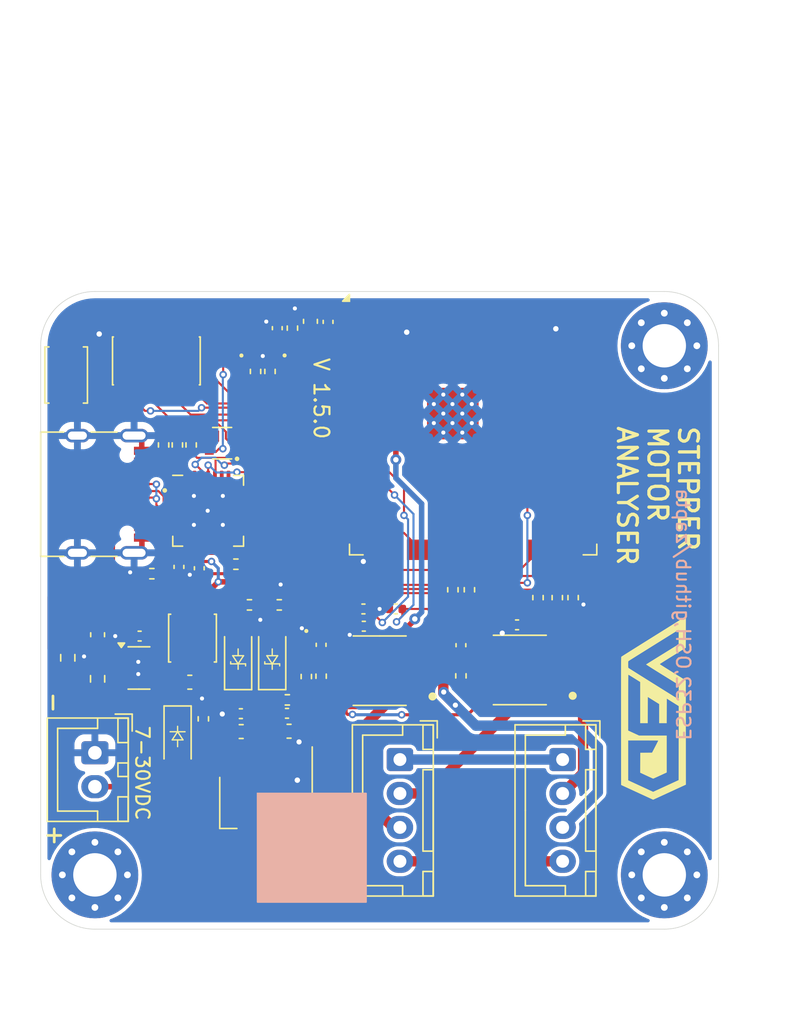
<source format=kicad_pcb>
(kicad_pcb (version 20240108) (generator "pcbnew") (generator_version "8.0")
  (layers (0 "F.Cu" signal) (31 "B.Cu" signal) (34 "B.Paste" user) (35 "F.Paste" user) (36 "B.SilkS" user "B.Silkscreen") (37 "F.SilkS" user "F.Silkscreen") (38 "B.Mask" user) (39 "F.Mask" user) (44 "Edge.Cuts" user))
  (net 0 "")
  (net 1 "Net-(U3-VO)")
  (net 2 "Net-(U4-NC)")
  (net 3 "Net-(U5-NC)")
  (net 4 "Net-(D1-A)")
  (net 5 "Net-(D2-A)")
  (net 6 "Net-(D3-A)")
  (net 7 "Net-(D4-A)")
  (net 8 "Net-(J1-Pin_1)")
  (net 9 "+3V3")
  (net 10 "Net-(J1-Pin_2)")
  (net 11 "Net-(J1-Pin_3)")
  (net 12 "Net-(J1-Pin_4)")
  (net 13 "Net-(J2-Pin_2)")
  (net 14 "Net-(J2-Pin_3)")
  (net 15 "Net-(J4-CC1)")
  (net 17 "Net-(J4-CC2)")
  (net 21 "Net-(Q1A-B1)")
  (net 22 "Net-(Q1B-B2)")
  (net 23 "Net-(U2-~{RSTb})")
  (net 24 "Net-(U2-RXD)")
  (net 25 "Net-(U2-TXD)")
  (net 26 "Net-(U4-VIOUT)")
  (net 27 "Net-(U5-VIOUT)")
  (net 45 "VBUS")
  (net 46 "EN")
  (net 47 "D+")
  (net 48 "D-")
  (net 49 "ESP_TMS")
  (net 50 "ESP_TCK")
  (net 51 "ESP_TDO")
  (net 52 "ESP_TDI")
  (net 53 "RTS")
  (net 54 "DTR")
  (net 55 "IO0")
  (net 56 "LED1")
  (net 57 "LED2")
  (net 58 "TXD0")
  (net 59 "RXD0")
  (net 60 "CHB")
  (net 61 "CHA")
  (net 62 "CFG1")
  (net 63 "CFG2")
  (net 64 "SWITCH")
  (net 65 "Net-(D5-K)")
  (net 66 "GND")
  (net 86 "/CB")
  (net 87 "/FB")
  (net 88 "/VIN")
  (net 89 "/5V")
  (net 90 "/Vout")
  (footprint "Capacitor_SMD:C_0402_1005Metric" (layer "F.Cu") (at 14.766 -12.8824)
    (property "Reference" "C8" (hide yes))
    (property "Value" "100n")
  )
  (footprint "Capacitor_SMD:C_0603_1608Metric" (layer "F.Cu") (at 18.322 -11.587 180)
    (property "Reference" "C10" (hide yes))
    (property "Value" "10u")
  )
  (footprint "Capacitor_SMD:C_0402_1005Metric" (layer "F.Cu") (at 18.1696 -12.9078 180)
    (property "Reference" "C11" (hide yes))
    (property "Value" "100n")
  )
  (footprint "Capacitor_SMD:C_0402_1005Metric" (layer "F.Cu") (at 11.7 -23.6 90)
    (property "Reference" "C4" (hide yes))
    (property "Value" "100n")
  )
  (footprint "Capacitor_SMD:C_0402_1005Metric" (layer "F.Cu") (at 10.2 -23.7 -90)
    (property "Reference" "C7" (hide yes))
    (property "Value" "100n")
  )
  (footprint "Resistor_SMD:R_0402_1005Metric" (layer "F.Cu") (at 19.5942 -15.6188 -90)
    (property "Reference" "R6" (hide yes))
    (property "Value" "5K1")
  )
  (footprint "Resistor_SMD:R_0402_1005Metric" (layer "F.Cu") (at 15.8496 -38.1069 -90)
    (property "Reference" "R1" (hide yes))
    (property "Value" "5K1")
  )
  (footprint "Resistor_SMD:R_0402_1005Metric" (layer "F.Cu") (at 16.9164 -38.1069 -90)
    (property "Reference" "R2" (hide yes))
    (property "Value" "5K1")
  )
  (footprint "Resistor_SMD:R_0402_1005Metric" (layer "F.Cu") (at 14.4 -23.9)
    (property "Reference" "R7" (hide yes))
    (property "Value" "5K1")
  )
  (footprint "stepper_monitor:QFN-28-1EP_5x5mm_P0.5mm_EP3.35x3.35mm" (layer "F.Cu") (at 12.3538 -27.838284 -90)
    (property "Reference" "U2" (hide yes))
    (property "Value" "CP2102N-A01-GQFN28")
  )
  (footprint "stepper_monitor:USB_C_Receptacle_XKB_U262-16XN-4BVC11" (layer "F.Cu") (at 5.2846 -29.0574 -90)
    (property "Reference" "J4")
    (property "Value" "USB_C_Receptacle_USB2.0")
  )
  (footprint "Resistor_SMD:R_0402_1005Metric" (layer "F.Cu") (at 9.0678 -32.6898 -90)
    (property "Reference" "R4" (hide yes))
    (property "Value" "5K1")
  )
  (footprint "Resistor_SMD:R_0402_1005Metric" (layer "F.Cu") (at 8.2 -23.2)
    (property "Reference" "R5" (hide yes))
    (property "Value" "5K1")
  )
  (footprint "Capacitor_SMD:C_0402_1005Metric" (layer "F.Cu") (at 35.139 -19.4288)
    (property "Reference" "C14" (hide yes))
    (property "Value" "100n")
  )
  (footprint "stepper_monitor:SOIC-8_3.9x4.9mm_P1.27mm" (layer "F.Cu") (at 35.3422 -16.1014 90)
    (property "Reference" "U4")
    (property "Value" "CC6920BSO-5A")
  )
  (footprint "Resistor_SMD:R_0402_1005Metric" (layer "F.Cu") (at 39.2748 -21.436 -90)
    (property "Reference" "R17" (hide yes))
    (property "Value" "DNP")
  )
  (footprint "Capacitor_SMD:C_0402_1005Metric" (layer "F.Cu") (at 30.9988 -17.9302 -90)
    (property "Reference" "C15" (hide yes))
    (property "Value" "DNP")
  )
  (footprint "Resistor_SMD:R_0402_1005Metric" (layer "F.Cu") (at 30.9988 -15.6696 -90)
    (property "Reference" "R19" (hide yes))
    (property "Value" "1K")
  )
  (footprint "LOGO" (layer "F.Cu") (at 45.2 -13.3 -90)
    (property "Reference" "G***")
    (property "Value" "LOGO" (hide yes))
  )
  (footprint "Connector_JST:JST_XH_B4B-XH-A_1x04_P2.50mm_Vertical" (layer "F.Cu") (at 26.5 -9.5 -90)
    (property "Reference" "J1")
    (property "Value" "Conn_01x04_Pin")
  )
  (footprint "Capacitor_SMD:C_0603_1608Metric" (layer "F.Cu") (at 19.9 -41.8 -90)
    (property "Reference" "C12")
    (property "Value" "10u")
  )
  (footprint "stepper_monitor:D_SOD-123" (layer "F.Cu") (at 14.565 -16.9042 90)
    (property "Reference" "D6" (hide yes))
    (property "Value" "B5819W")
  )
  (footprint "RF_Module:ESP32-WROOM-32D" (layer "F.Cu") (at 31.9 -34.47)
    (property "Reference" "U7")
    (property "Value" "ESP32-WROOM-32E-R2")
  )
  (footprint "Capacitor_SMD:C_0402_1005Metric" (layer "F.Cu") (at 7.3 -18.6)
    (property "Reference" "C2")
    (property "Value" "100nF")
  )
  (footprint "Resistor_SMD:R_0402_1005Metric" (layer "F.Cu") (at 18.195 -13.8984 180)
    (property "Reference" "R16" (hide yes))
    (property "Value" "0R")
  )
  (footprint "stepper_monitor:SOT-223-3_TabPin2" (layer "F.Cu") (at 16.6202 -6.33 90)
    (property "Reference" "U3")
    (property "Value" "AMS1117-3.3")
  )
  (footprint "Capacitor_SMD:C_0402_1005Metric" (layer "F.Cu") (at 17.4526 -41.2978 -90)
    (property "Reference" "C9" (hide yes))
    (property "Value" "2u2")
  )
  (footprint "Resistor_SMD:R_0402_1005Metric" (layer "F.Cu") (at 15.4 -20.9 180)
    (property "Reference" "R8" (hide yes))
    (property "Value" "10K")
  )
  (footprint "Package_TO_SOT_SMD:SOT-23-6" (layer "F.Cu") (at 7.25 -16.25)
    (property "Reference" "U1")
    (property "Value" "TPS560430")
  )
  (footprint "Capacitor_SMD:C_0402_1005Metric" (layer "F.Cu") (at 20.6864 -17.9556 -90)
    (property "Reference" "C18" (hide yes))
    (property "Value" "DNP")
  )
  (footprint "Capacitor_SMD:C_0603_1608Metric" (layer "F.Cu") (at 4.2 -18.7 -90)
    (property "Reference" "C3")
    (property "Value" "22uF")
  )
  (footprint "Capacitor_SMD:C_0402_1005Metric" (layer "F.Cu") (at 26.1938 -20.6 180)
    (property "Reference" "C16" (hide yes))
    (property "Value" "2n2")
  )
  (footprint "Resistor_SMD:R_0402_1005Metric" (layer "F.Cu") (at 38.1064 -21.436 -90)
    (property "Reference" "R18" (hide yes))
    (property "Value" "DNP")
  )
  (footprint "Resistor_SMD:R_0402_1005Metric" (layer "F.Cu") (at 30.4058 -22.015 -90)
    (property "Reference" "R15" (hide yes))
    (property "Value" "1K")
  )
  (footprint "Capacitor_SMD:C_0603_1608Metric" (layer "F.Cu") (at 11 -15.2)
    (property "Reference" "C1")
    (property "Value" "2.2uF 50V")
  )
  (footprint "stepper_monitor:SW_Push_SPST_NO_Alps_SKRK" (layer "F.Cu") (at 1.8796 -37.8438 -90)
    (property "Reference" "SW1")
    (property "Value" "SW_Push")
  )
  (footprint "stepper_monitor:D2_SOD-123" (layer "F.Cu") (at 10.1 -11.2 -90)
    (property "Reference" "D3" (hide yes))
    (property "Value" "SM4007PL")
  )
  (footprint "Resistor_SMD:R_0402_1005Metric" (layer "F.Cu") (at 11.0998 -32.6898 -90)
    (property "Reference" "R11" (hide yes))
    (property "Value" "5K1")
  )
  (footprint "Resistor_SMD:R_0402_1005Metric" (layer "F.Cu") (at 12 -12.5 90)
    (property "Reference" "R3" (hide yes))
    (property "Value" "200K")
  )
  (footprint "stepper_monitor:LED_0402_1005Metric_Pad0.77x0.64mm_HandSolder" (layer "F.Cu") (at 14.8082 -38.0815 -90)
    (property "Reference" "D1" (hide yes))
    (property "Value" "RED")
  )
  (footprint "Resistor_SMD:R_0402_1005Metric" (layer "F.Cu") (at 18.5702 -41.3 90)
    (property "Reference" "R12" (hide yes))
    (property "Value" "10K")
  )
  (footprint "Resistor_SMD:R_0402_1005Metric" (layer "F.Cu") (at 31.625 -22.015 -90)
    (property "Reference" "R14" (hide yes))
    (property "Value" "1K")
  )
  (footprint "Capacitor_SMD:C_0402_1005Metric" (layer "F.Cu") (at 21.2 -41.76 90)
    (property "Reference" "C13")
    (property "Value" "100n")
  )
  (footprint "stepper_monitor:SOT-363_SC-70-6" (layer "F.Cu") (at 13.3858 -32.8168 90)
    (property "Reference" "Q1" (hide yes))
    (property "Value" "MMDT2222A")
  )
  (footprint "stepper_monitor:LED_0402_1005Metric_Pad0.77x0.64mm_HandSolder" (layer "F.Cu") (at 19.5942 -17.7778 -90)
    (property "Reference" "D4" (hide yes))
    (property "Value" "RED")
  )
  (footprint "Resistor_SMD:R_0402_1005Metric" (layer "F.Cu") (at 17.6 -20.9 180)
    (property "Reference" "R9" (hide yes))
    (property "Value" "10K")
  )
  (footprint "Resistor_SMD:R_0402_1005Metric" (layer "F.Cu") (at 20.6864 -15.6442 -90)
    (property "Reference" "R20" (hide yes))
    (property "Value" "1K")
  )
  (footprint "MountingHole:MountingHole_3.2mm_M3_Pad_Via" (layer "F.Cu") (at 46 -40)
    (property "Reference" "H3")
    (property "Value" "MountingHole")
  )
  (footprint "stepper_monitor:LED_0402_1005Metric_Pad0.77x0.64mm_HandSolder" (layer "F.Cu") (at 17.9921 -38.0854 -90)
    (property "Reference" "D2" (hide yes))
    (property "Value" "GREEN")
  )
  (footprint "Connector_JST:JST_XH_B2B-XH-A_1x02_P2.50mm_Vertical" (layer "F.Cu") (at 4 -10 -90)
    (property "Reference" "J3")
    (property "Value" "Conn_01x02_Pin")
  )
  (footprint "stepper_monitor:SOIC-8_3.9x4.9mm_P1.27mm" (layer "F.Cu") (at 25.0044 -16.0506 90)
    (property "Reference" "U5")
    (property "Value" "CC6920BSO-5A")
  )
  (footprint "Inductor_SMD:L_Sunlord_SWPA3012S" (layer "F.Cu") (at 11.2 -18.45 90)
    (property "Reference" "L1")
    (property "Value" "18uH 580mA")
  )
  (footprint "Capacitor_SMD:C_0402_1005Metric" (layer "F.Cu") (at 23.8062 -20.6)
    (property "Reference" "C19" (hide yes))
    (property "Value" "2n2")
  )
  (footprint "Capacitor_SMD:C_0402_1005Metric" (layer "F.Cu") (at 23.836 -19.3272)
    (property "Reference" "C17" (hide yes))
    (property "Value" "100n")
  )
  (footprint "Resistor_SMD:R_0603_1608Metric" (layer "F.Cu") (at 4.2 -15.45 90)
    (property "Reference" "R22")
    (property "Value" "22.1k")
  )
  (footprint "Capacitor_SMD:C_0603_1608Metric" (layer "F.Cu") (at 14.7914 -11.5616)
    (property "Reference" "C6" (hide yes))
    (property "Value" "10u")
  )
  (footprint "MountingHole:MountingHole_3.2mm_M3_Pad_Via" (layer "F.Cu") (at 46 -1)
    (property "Reference" "H4")
    (property "Value" "MountingHole")
  )
  (footprint "Resistor_SMD:R_0603_1608Metric" (layer "F.Cu") (at 2 -17 -90)
    (property "Reference" "R21")
    (property "Value" "88.7k")
  )
  (footprint "MountingHole:MountingHole_3.2mm_M3_Pad_Via" (layer "F.Cu") (at 4 -1)
    (property "Reference" "H2")
    (property "Value" "MountingHole")
  )
  (footprint "Resistor_SMD:R_0402_1005Metric" (layer "F.Cu") (at 36.684 -21.436 -90)
    (property "Reference" "R13" (hide yes))
    (property "Value" "10K")
  )
  (footprint "Resistor_SMD:R_0402_1005Metric" (layer "F.Cu") (at 10.0838 -32.6898 90)
    (property "Reference" "R10" (hide yes))
    (property "Value" "5K1")
  )
  (footprint "stepper_monitor:PinHeader_2x05_P1.27mm_Vertical_SMD" (layer "F.Cu") (at 8.5344 -38.8852 180)
    (property "Reference" "J5" (hide yes))
    (property "Value" "JTAG")
  )
  (footprint "stepper_monitor:D_SOD-123" (layer "F.Cu") (at 17.0796 -16.9042 90)
    (property "Reference" "D5" (hide yes))
    (property "Value" "B5819W")
  )
  (footprint "Connector_JST:JST_XH_B4B-XH-A_1x04_P2.50mm_Vertical" (layer "F.Cu") (at 38.5 -9.5 -90)
    (property "Reference" "J2")
    (property "Value" "Conn_01x04_Pin")
  )
  (gr_rect (start 16 -7) (end 24 1) (stroke (width 0.12)) (fill solid) (layer "B.SilkS"))
  (gr_line (start 0 -40) (end 0 -1) (stroke (width 0.05)) (layer "Edge.Cuts"))
  (gr_line (start 4 3) (end 46 3) (stroke (width 0.05)) (layer "Edge.Cuts"))
  (gr_line (start 50 -1) (end 50 -40) (stroke (width 0.05)) (layer "Edge.Cuts"))
  (gr_line (start 4 -44) (end 46 -44) (stroke (width 0.05)) (layer "Edge.Cuts"))
  (gr_arc (start 0 -40) (mid 1.171573 -42.828427) (end 4 -44) (stroke (width 0.05)) (layer "Edge.Cuts"))
  (gr_arc (start 50 -1) (mid 48.828427 1.828427) (end 46 3) (stroke (width 0.05)) (layer "Edge.Cuts"))
  (gr_arc (start 4 3) (mid 1.171573 1.828427) (end 0 -1) (stroke (width 0.05)) (layer "Edge.Cuts"))
  (gr_arc (start 46 -44) (mid 48.828427 -42.828427) (end 50 -40) (stroke (width 0.05)) (layer "Edge.Cuts"))
  (gr_text "ESP32,OSH,github/zapta" (at 46.8 -20.2 270) (layer "B.SilkS") (effects (font (size 1 1) (thickness 0.155)) (justify bottom mirror)))
  (gr_text "+" (at 1 -4 0) (layer "F.SilkS") (effects (font (size 1.27 1.27) (thickness 0.2032))))
  (gr_text "V 1.5.0" (at 20.7 -39.2 270) (layer "F.SilkS") (effects (font (size 1.1 1.1) (thickness 0.16)) (justify left)))
  (gr_text "7-30VDC" (at 7.5 -8.5 270) (layer "F.SilkS") (effects (font (size 1 1) (thickness 0.155) (bold yes))))
  (gr_text "STEPPER\nMOTOR\nANALYSER\n" (at 45.5 -34.2 270) (layer "F.SilkS") (effects (font (size 1.4 1.4) (thickness 0.24) (bold yes)) (justify left)))
  (gr_text "-" (at 1 -13.7 -90) (layer "F.SilkS") (effects (font (size 1.27 1.27) (thickness 0.2032))))
  (segment (start 17.6896 -11.7296) (end 17.547 -11.587) (width 0.4064) (layer "F.Cu") (net 1))
  (segment (start 16.6202 -11.0282) (end 16.6202 -9.48) (width 0.4064) (layer "F.Cu") (net 1))
  (segment (start 17.547 -11.587) (end 17.179 -11.587) (width 0.4064) (layer "F.Cu") (net 1))
  (segment (start 17.6896 -12.9078) (end 17.6896 -11.7296) (width 0.4064) (layer "F.Cu") (net 1))
  (segment (start 17.6596 -12.9378) (end 17.6896 -12.9078) (width 0.4064) (layer "F.Cu") (net 1))
  (segment (start 17.179 -11.587) (end 16.6202 -11.0282) (width 0.4064) (layer "F.Cu") (net 1))
  (segment (start 16.6202 -9.48) (end 16.6202 -3.18) (width 0.6096) (layer "F.Cu") (net 1))
  (segment (start 17.6596 -14) (end 17.6596 -12.9378) (width 0.4064) (layer "F.Cu") (net 1))
  (segment (start 31.8624 -16.7364) (end 32.8672 -16.7364) (width 0.1524) (layer "F.Cu") (net 2))
  (segment (start 30.9988 -17.4502) (end 31.1486 -17.4502) (width 0.1524) (layer "F.Cu") (net 2))
  (segment (start 31.1486 -17.4502) (end 31.8624 -16.7364) (width 0.1524) (layer "F.Cu") (net 2))
  (segment (start 20.6864 -17.4756) (end 21.4764 -16.6856) (width 0.1524) (layer "F.Cu") (net 3))
  (segment (start 21.4764 -16.6856) (end 22.5294 -16.6856) (width 0.1524) (layer "F.Cu") (net 3))
  (segment (start 15.8496 -38.6169) (end 15.8496 -38.5504) (width 0.1524) (layer "F.Cu") (net 4))
  (segment (start 15.8496 -38.5504) (end 14.8082 -37.509) (width 0.1524) (layer "F.Cu") (net 4))
  (segment (start 16.9507 -38.5543) (end 17.9921 -37.5129) (width 0.1524) (layer "F.Cu") (net 5))
  (segment (start 16.9507 -38.616) (end 16.9507 -38.5543) (width 0.1524) (layer "F.Cu") (net 5))
  (segment (start 8.05 -7.5) (end 10.1 -9.55) (width 0.4064) (layer "F.Cu") (net 6))
  (segment (start 4 -7.5) (end 8.05 -7.5) (width 0.4064) (layer "F.Cu") (net 6))
  (segment (start 4.5 -7.5) (end 4 -7.5) (width 0.6096) (layer "F.Cu") (net 6))
  (segment (start 19.5942 -17.2053) (end 19.5942 -16.1288) (width 0.1524) (layer "F.Cu") (net 7))
  (segment (start 38.5 -9.5) (end 26.5 -9.5) (width 0.762) (layer "B.Cu") (net 8))
  (segment (start 32.8672 -14.162) (end 31.5068 -12.8016) (width 0.2286) (layer "F.Cu") (net 9))
  (segment (start 22.6422 -12.827) (end 22.5294 -12.9398) (width 0.2286) (layer "F.Cu") (net 9))
  (segment (start 23 -12.827) (end 22.6422 -12.827) (width 0.2286) (layer "F.Cu") (net 9))
  (segment (start 21.37 -41.45) (end 21.2 -41.28) (width 0.4064) (layer "F.Cu") (net 9))
  (segment (start 9.98 -24.18) (end 9.4 -23.6) (width 0.2286) (layer "F.Cu") (net 9))
  (segment (start 19.9 -41.025) (end 20.945 -41.025) (width 0.4064) (layer "F.Cu") (net 9))
  (segment (start 18.7056 -41.81) (end 18.5702 -41.81) (width 0.3048) (layer "F.Cu") (net 9))
  (segment (start 22.5294 -12.9398) (end 22.5294 -14.1456) (width 0.2286) (layer "F.Cu") (net 9))
  (segment (start 34.5802 -15.1892) (end 34.5802 -17.727) (width 0.2286) (layer "F.Cu") (net 9))
  (segment (start 18.7052 -15.1088) (end 19.5942 -15.1088) (width 0.1524) (layer "F.Cu") (net 9))
  (segment (start 26.2 -31.6) (end 26.2 -40.0848) (width 0.4064) (layer "F.Cu") (net 9))
  (segment (start 36.684 -20.5496) (end 36.684 -20.926) (width 0.1524) (layer "F.Cu") (net 9))
  (segment (start 9.4 -23.6) (end 9.4 -22.8) (width 0.2286) (layer "F.Cu") (net 9))
  (segment (start 9.9038 -24.4762) (end 9.9038 -26.838284) (width 0.2286) (layer "F.Cu") (net 9))
  (segment (start 18.7052 -14.0208) (end 19.3148 -13.4112) (width 0.4064) (layer "F.Cu") (net 9))
  (segment (start 32.8672 -14.1964) (end 33.5874 -14.1964) (width 0.3048) (layer "F.Cu") (net 9))
  (segment (start 19.3148 -13.4112) (end 23.963 -13.4112) (width 0.4064) (layer "F.Cu") (net 9))
  (segment (start 27.5952 -19.812) (end 27.5952 -19.8628) (width 0.4064) (layer "F.Cu") (net 9))
  (segment (start 9.4 -22.8) (end 9.6267 -22.5733) (width 0.2286) (layer "F.Cu") (net 9))
  (segment (start 34.5802 -17.727) (end 35.619 -18.7658) (width 0.2286) (layer "F.Cu") (net 9))
  (segment (start 24.316 -15.0578) (end 24.316 -19.3272) (width 0.2286) (layer "F.Cu") (net 9))
  (segment (start 22.5294 -14.1456) (end 23.4038 -14.1456) (width 0.1524) (layer "F.Cu") (net 9))
  (segment (start 10.2 -24.18) (end 9.9038 -24.4762) (width 0.2286) (layer "F.Cu") (net 9))
  (segment (start 25.7156 -17.9324) (end 27.5952 -19.812) (width 0.4064) (layer "F.Cu") (net 9))
  (segment (start 26.2 -40.0848) (end 24.8068 -41.478) (width 0.4064) (layer "F.Cu") (net 9))
  (segment (start 12.04234 -22.5733) (end 12.66904 -23.2) (width 0.2286) (layer "F.Cu") (net 9))
  (segment (start 9.6267 -22.5733) (end 12.04234 -22.5733) (width 0.2286) (layer "F.Cu") (net 9))
  (segment (start 10.2 -24.18) (end 9.98 -24.18) (width 0.2286) (layer "F.Cu") (net 9))
  (segment (start 35.619 -18.7658) (end 35.619 -19.4288) (width 0.2286) (layer "F.Cu") (net 9))
  (segment (start 23.15 -41.45) (end 21.37 -41.45) (width 0.4064) (layer "F.Cu") (net 9))
  (segment (start 18.7052 -22.479) (end 17.2842 -23.9) (width 0.2286) (layer "F.Cu") (net 9))
  (segment (start 23.15 -41.45) (end 23.0842 -41.5158) (width 0.3048) (layer "F.Cu") (net 9))
  (segment (start 20.945 -41.025) (end 21.2 -41.28) (width 0.4064) (layer "F.Cu") (net 9))
  (segment (start 31.5068 -12.8016) (end 26.63 -12.8016) (width 0.2286) (layer "F.Cu") (net 9))
  (segment (start 19.115 -41.81) (end 19.9 -41.025) (width 0.4064) (layer "F.Cu") (net 9))
  (segment (start 17.2842 -23.9) (end 14.91 -23.9) (width 0.2286) (layer "F.Cu") (net 9))
  (segment (start 12.66904 -23.2) (end 14.21 -23.2) (width 0.2286) (layer "F.Cu") (net 9))
  (segment (start 35.619 -19.4288) (end 36.7138 -20.5236) (width 0.1524) (layer "F.Cu") (net 9))
  (segment (start 24.8068 -41.478) (end 23.4004 -41.478) (width 0.4064) (layer "F.Cu") (net 9))
  (segment (start 23.963 -13.4112) (end 25.7156 -15.1638) (width 0.4064) (layer "F.Cu") (net 9))
  (segment (start 18.5702 -41.81) (end 19.115 -41.81) (width 0.4064) (layer "F.Cu") (net 9))
  (segment (start 25.7156 -15.1638) (end 25.7156 -17.9324) (width 0.4064) (layer "F.Cu") (net 9))
  (segment (start 33.5874 -14.1964) (end 34.5802 -15.1892) (width 0.2286) (layer "F.Cu") (net 9))
  (segment (start 14.21 -23.2) (end 14.91 -23.9) (width 0.2286) (layer "F.Cu") (net 9))
  (segment (start 18.7052 -14.0208) (end 18.7052 -22.479) (width 0.2286) (layer "F.Cu") (net 9))
  (segment (start 32.8672 -14.1964) (end 32.8672 -14.162) (width 0.2286) (layer "F.Cu") (net 9))
  (segment (start 23.4038 -14.1456) (end 24.316 -15.0578) (width 0.2286) (layer "F.Cu") (net 9))
  (via (at 26.63 -12.8016) (size 0.55) (drill 0.3) (layers "F.Cu" "B.Cu") (net 9))
  (via (at 27.5952 -19.8628) (size 0.8) (drill 0.4) (layers "F.Cu" "B.Cu") (net 9))
  (via (at 23 -12.827) (size 0.55) (drill 0.3) (layers "F.Cu" "B.Cu") (net 9))
  (via (at 26.2 -31.6) (size 0.8) (drill 0.4) (layers "F.Cu" "B.Cu") (net 9))
  (segment (start 23.0254 -12.8016) (end 26.63 -12.8016) (width 0.2286) (layer "B.Cu") (net 9))
  (segment (start 27.5768 -19.9002) (end 27.5654 -19.8888) (width 0.4064) (layer "B.Cu") (net 9))
  (segment (start 26.2 -31.6) (end 26.2 -30.25) (width 0.4064) (layer "B.Cu") (net 9))
  (segment (start 28.1 -20.3676) (end 27.5952 -19.8628) (width 0.4064) (layer "B.Cu") (net 9))
  (segment (start 23 -12.827) (end 23.0254 -12.8016) (width 0.2286) (layer "B.Cu") (net 9))
  (segment (start 28.1 -28.35) (end 28.1 -20.3676) (width 0.4064) (layer "B.Cu") (net 9))
  (segment (start 26.2 -30.25) (end 28.1 -28.35) (width 0.4064) (layer "B.Cu") (net 9))
  (segment (start 28.5 -7) (end 35.6964 -14.1964) (width 0.762) (layer "F.Cu") (net 10))
  (segment (start 37.8172 -15.4664) (end 37.8172 -14.1964) (width 0.762) (layer "F.Cu") (net 10))
  (segment (start 37.8172 -14.1964) (end 35.6964 -14.1964) (width 0.762) (layer "F.Cu") (net 10))
  (segment (start 26.5 -7) (end 28.5 -7) (width 0.762) (layer "F.Cu") (net 10))
  (segment (start 23.5 -7) (end 26 -4.5) (width 0.762) (layer "F.Cu") (net 11))
  (segment (start 26 -4.5) (end 26.5 -4.5) (width 0.762) (layer "F.Cu") (net 11))
  (segment (start 23.5 -11.6) (end 23.5 -7) (width 0.762) (layer "F.Cu") (net 11))
  (segment (start 27.4794 -15.4156) (end 27.4794 -14.1456) (width 0.762) (layer "F.Cu") (net 11))
  (segment (start 26.0456 -14.1456) (end 23.5 -11.6) (width 0.762) (layer "F.Cu") (net 11))
  (segment (start 27.4794 -14.1456) (end 26.0456 -14.1456) (width 0.762) (layer "F.Cu") (net 11))
  (segment (start 26.5 -2) (end 38.5 -2) (width 0.762) (layer "F.Cu") (net 12))
  (segment (start 40.0084 -8.5084) (end 40.0084 -15.8152) (width 0.762) (layer "F.Cu") (net 13))
  (segment (start 40.0084 -15.8152) (end 37.8172 -18.0064) (width 0.762) (layer "F.Cu") (net 13))
  (segment (start 38.5 -7) (end 40.0084 -8.5084) (width 0.762) (layer "F.Cu") (net 13))
  (segment (start 37.8172 -18.0064) (end 37.8172 -16.7364) (width 0.762) (layer "F.Cu") (net 13))
  (segment (start 30.5894 -13.5106) (end 29.7 -14.4) (width 0.762) (layer "F.Cu") (net 14))
  (segment (start 29.7 -15.136474) (end 28.150874 -16.6856) (width 0.762) (layer "F.Cu") (net 14))
  (segment (start 27.4794 -17.9556) (end 27.4794 -16.6856) (width 0.762) (layer "F.Cu") (net 14))
  (segment (start 28.150874 -16.6856) (end 27.4794 -16.6856) (width 0.762) (layer "F.Cu") (net 14))
  (segment (start 29.7 -14.4) (end 29.7 -15.136474) (width 0.762) (layer "F.Cu") (net 14))
  (via (at 30.5894 -13.5106) (size 0.762) (drill 0.381) (layers "F.Cu" "B.Cu") (net 14))
  (via (at 29.7288 -14.4758) (size 0.762) (drill 0.381) (layers "F.Cu" "B.Cu") (net 14))
  (segment (start 29.7288 -14.4758) (end 29.7288 -14.3712) (width 0.762) (layer "B.Cu") (net 14))
  (segment (start 39.5 -12) (end 41.1 -10.4) (width 0.762) (layer "B.Cu") (net 14))
  (segment (start 41.1 -10.4) (end 41.1 -7.1) (width 0.762) (layer "B.Cu") (net 14))
  (segment (start 29.7288 -14.3712) (end 30.5894 -13.5106) (width 0.762) (layer "B.Cu") (net 14))
  (segment (start 32.1 -12) (end 39.5 -12) (width 0.762) (layer "B.Cu") (net 14))
  (segment (start 41.1 -7.1) (end 38.5 -4.5) (width 0.762) (layer "B.Cu") (net 14))
  (segment (start 30.5894 -13.5106) (end 32.1 -12) (width 0.762) (layer "B.Cu") (net 14))
  (segment (start 9.0678 -31.2384) (end 9.0678 -32.1798) (width 0.1524) (layer "F.Cu") (net 15))
  (segment (start 7.4546 -30.3074) (end 8.1368 -30.3074) (width 0.1524) (layer "F.Cu") (net 15))
  (segment (start 8.1368 -30.3074) (end 9.0678 -31.2384) (width 0.1524) (layer "F.Cu") (net 15))
  (segment (start 8.91 -26.5342) (end 8.91 -23.4) (width 0.1524) (layer "F.Cu") (net 17))
  (segment (start 8.91 -23.4) (end 8.71 -23.2) (width 0.1524) (layer "F.Cu") (net 17))
  (segment (start 8.1368 -27.3074) (end 8.91 -26.5342) (width 0.1524) (layer "F.Cu") (net 17))
  (segment (start 7.4546 -27.3074) (end 8.1368 -27.3074) (width 0.1524) (layer "F.Cu") (net 17))
  (segment (start 13.119045 -34.199701) (end 11.083701 -34.199701) (width 0.1524) (layer "F.Cu") (net 21))
  (segment (start 11.083701 -34.199701) (end 10.0838 -33.1998) (width 0.1524) (layer "F.Cu") (net 21))
  (segment (start 14.3358 -32.8168) (end 14.0036 -32.8168) (width 0.1524) (layer "F.Cu") (net 21))
  (segment (start 13.6652 -33.653546) (end 13.119045 -34.199701) (width 0.1524) (layer "F.Cu") (net 21))
  (segment (start 14.0036 -32.8168) (end 13.6652 -33.1552) (width 0.1524) (layer "F.Cu") (net 21))
  (segment (start 13.6652 -33.1552) (end 13.6652 -33.653546) (width 0.1524) (layer "F.Cu") (net 21))
  (segment (start 13.081 -32.9846) (end 12.9132 -32.8168) (width 0.1524) (layer "F.Cu") (net 22))
  (segment (start 11.7954 -33.8954) (end 12.866 -33.8954) (width 0.1524) (layer "F.Cu") (net 22))
  (segment (start 11.0998 -33.1998) (end 11.7954 -33.8954) (width 0.1524) (layer "F.Cu") (net 22))
  (segment (start 13.081 -33.6804) (end 13.081 -32.9846) (width 0.1524) (layer "F.Cu") (net 22))
  (segment (start 12.866 -33.8954) (end 13.081 -33.6804) (width 0.1524) (layer "F.Cu") (net 22))
  (segment (start 12.9132 -32.8168) (end 12.4358 -32.8168) (width 0.1524) (layer "F.Cu") (net 22))
  (segment (start 11.658176 -24.659684) (end 13.130316 -24.659684) (width 0.1524) (layer "F.Cu") (net 23))
  (segment (start 11.3538 -24.96406) (end 11.658176 -24.659684) (width 0.1524) (layer "F.Cu") (net 23))
  (segment (start 13.130316 -24.659684) (end 13.89 -23.9) (width 0.1524) (layer "F.Cu") (net 23))
  (segment (start 11.3538 -25.388284) (end 11.3538 -24.96406) (width 0.1524) (layer "F.Cu") (net 23))
  (segment (start 28.73285 -21.7654) (end 23.979339 -21.7654) (width 0.1524) (layer "F.Cu") (net 24))
  (segment (start 12.3538 -30.338284) (end 12.3538 -31.2514) (width 0.1524) (layer "F.Cu") (net 24))
  (segment (start 29.49185 -21.0064) (end 28.73285 -21.7654) (width 0.1524) (layer "F.Cu") (net 24))
  (segment (start 19.9606 -25.784139) (end 19.9606 -28.146244) (width 0.1524) (layer "F.Cu") (net 24))
  (segment (start 17.423644 -30.6832) (end 14.478 -30.6832) (width 0.1524) (layer "F.Cu") (net 24))
  (segment (start 19.9606 -28.146244) (end 17.423644 -30.6832) (width 0.1524) (layer "F.Cu") (net 24))
  (segment (start 31.625 -21.505) (end 31.1264 -21.0064) (width 0.1524) (layer "F.Cu") (net 24))
  (segment (start 31.1264 -21.0064) (end 29.49185 -21.0064) (width 0.1524) (layer "F.Cu") (net 24))
  (segment (start 23.979339 -21.7654) (end 19.9606 -25.784139) (width 0.1524) (layer "F.Cu") (net 24))
  (via (at 14.478 -30.6832) (size 0.55) (drill 0.3) (layers "F.Cu" "B.Cu") (net 24))
  (via (at 12.3538 -31.2) (size 0.55) (drill 0.3) (layers "F.Cu" "B.Cu") (net 24))
  (segment (start 14.4526 -30.6578) (end 14.478 -30.6832) (width 0.1524) (layer "B.Cu") (net 24))
  (segment (start 12.3604 -31.2514) (end 12.954 -30.6578) (width 0.1524) (layer "B.Cu") (net 24))
  (segment (start 12.3538 -31.2514) (end 12.3604 -31.2514) (width 0.1524) (layer "B.Cu") (net 24))
  (segment (start 12.954 -30.6578) (end 14.4526 -30.6578) (width 0.1524) (layer "B.Cu") (net 24))
  (segment (start 20.2654 -28.272496) (end 17.219696 -31.3182) (width 0.1524) (layer "F.Cu") (net 25))
  (segment (start 11.8538 -30.338284) (end 11.8538 -30.818095) (width 0.1524) (layer "F.Cu") (net 25))
  (segment (start 17.219696 -31.3182) (end 13.5128 -31.3182) (width 0.1524) (layer "F.Cu") (net 25))
  (segment (start 29.452948 -21.505) (end 28.887748 -22.0702) (width 0.1524) (layer "F.Cu") (net 25))
  (segment (start 11.8538 -30.818095) (end 11.392093 -31.279802) (width 0.1524) (layer "F.Cu") (net 25))
  (segment (start 28.887748 -22.0702) (end 24.105591 -22.0702) (width 0.1524) (layer "F.Cu") (net 25))
  (segment (start 20.2654 -25.910391) (end 20.2654 -28.272496) (width 0.1524) (layer "F.Cu") (net 25))
  (segment (start 24.105591 -22.0702) (end 20.2654 -25.910391) (width 0.1524) (layer "F.Cu") (net 25))
  (segment (start 30.4058 -21.505) (end 29.452948 -21.505) (width 0.1524) (layer "F.Cu") (net 25))
  (via (at 11.4 -31.25) (size 0.55) (drill 0.3) (layers "F.Cu" "B.Cu") (net 25))
  (via (at 13.55 -31.2) (size 0.55) (drill 0.3) (layers "F.Cu" "B.Cu") (net 25))
  (segment (start 11.862291 -31.75) (end 11.392093 -31.279802) (width 0.1524) (layer "B.Cu") (net 25))
  (segment (start 13.3858 -31.242) (end 12.8778 -31.75) (width 0.1524) (layer "B.Cu") (net 25))
  (segment (start 13.5128 -31.242) (end 13.3858 -31.242) (width 0.1524) (layer "B.Cu") (net 25))
  (segment (start 12.8778 -31.75) (end 11.862291 -31.75) (width 0.1524) (layer "B.Cu") (net 25))
  (segment (start 30.9988 -15.1596) (end 31.4348 -15.5956) (width 0.1524) (layer "F.Cu") (net 26))
  (segment (start 32.738 -15.5956) (end 32.8672 -15.4664) (width 0.1524) (layer "F.Cu") (net 26))
  (segment (start 31.4348 -15.5956) (end 32.738 -15.5956) (width 0.1524) (layer "F.Cu") (net 26))
  (segment (start 22.5294 -15.4156) (end 20.9678 -15.4156) (width 0.1524) (layer "F.Cu") (net 27))
  (segment (start 20.9678 -15.4156) (end 20.6864 -15.1342) (width 0.1524) (layer "F.Cu") (net 27))
  (segment (start 12.6 -24.1) (end 11.72 -24.1) (width 0.2286) (layer "F.Cu") (net 45))
  (segment (start 7.4546 -31.4574) (end 6.9464 -31.4574) (width 0.3048) (layer "F.Cu") (net 45))
  (segment (start 17.09 -20.9) (end 17.0796 -20.8896) (width 0.4064) (layer "F.Cu") (net 45))
  (segment (start 17.09 -21.21) (end 17.09 -20.9) (width 0.4064) (layer "F.Cu") (net 45))
  (segment (start 6.5966 -22.1034) (end 5.283 -23.417) (width 0.4064) (layer "F.Cu") (net 45))
  (segment (start 13.1 -22.6) (end 12.6034 -22.1034) (width 0.4064) (layer "F.Cu") (net 45))
  (segment (start 13.1 -22.6) (end 15.7 -22.6) (width 0.4064) (layer "F.Cu") (net 45))
  (segment (start 6.4262 -27.1758) (end 5.3086 -27.1758) (width 0.3048) (layer "F.Cu") (net 45))
  (segment (start 5.3086 -27.1758) (end 5.283 -27.2014) (width 0.3048) (layer "F.Cu") (net 45))
  (segment (start 12.6034 -22.1034) (end 6.5966 -22.1034) (width 0.4064) (layer "F.Cu") (net 45))
  (segment (start 15.7 -22.6) (end 17.09 -21.21) (width 0.4064) (layer "F.Cu") (net 45))
  (segment (start 10.8538 -25.338284) (end 10.8538 -24.9262) (width 0.1524) (layer "F.Cu") (net 45))
  (segment (start 11.72 -24.1) (end 11.7 -24.08) (width 0.2286) (layer "F.Cu") (net 45))
  (segment (start 6.9446 -26.6574) (end 6.4262 -27.1758) (width 0.3048) (layer "F.Cu") (net 45))
  (segment (start 6.9464 -31.4574) (end 6.4516 -30.9626) (width 0.3048) (layer "F.Cu") (net 45))
  (segment (start 7.4546 -26.6574) (end 6.9446 -26.6574) (width 0.3048) (layer "F.Cu") (net 45))
  (segment (start 5.283 -29.794) (end 6.4516 -30.9626) (width 0.4064) (layer "F.Cu") (net 45))
  (segment (start 5.283 -27.2014) (end 5.283 -29.794) (width 0.4064) (layer "F.Cu") (net 45))
  (segment (start 17.0796 -20.8896) (end 17.0796 -18.5542) (width 0.4064) (layer "F.Cu") (net 45))
  (segment (start 5.283 -23.417) (end 5.283 -27.2014) (width 0.4064) (layer "F.Cu") (net 45))
  (segment (start 10.8538 -24.9262) (end 11.7 -24.08) (width 0.1524) (layer "F.Cu") (net 45))
  (via (at 12.6 -24.1) (size 0.55) (drill 0.3) (layers "F.Cu" "B.Cu") (net 45))
  (via (at 13.1 -22.6) (size 0.55) (drill 0.3) (layers "F.Cu" "B.Cu") (net 45))
  (segment (start 13.1 -23.6) (end 12.6 -24.1) (width 0.2286) (layer "B.Cu") (net 45))
  (segment (start 13.1 -22.6) (end 13.1 -23.6) (width 0.2286) (layer "B.Cu") (net 45))
  (segment (start 12.9132 -32.1668) (end 13.1568 -32.4104) (width 0.1524) (layer "F.Cu") (net 46))
  (segment (start 18.4 -40.18) (end 23.15 -40.18) (width 0.1524) (layer "F.Cu") (net 46))
  (segment (start 18.5702 -40.3502) (end 18.4 -40.18) (width 0.1524) (layer "F.Cu") (net 46))
  (segment (start 13.462 -37.875) (end 13.462 -38.7604) (width 0.1524) (layer "F.Cu") (net 46))
  (segment (start 22.6504 -40.208) (end 22.6482 -40.208) (width 0.1524) (layer "F.Cu") (net 46))
  (segment (start 17.4526 -40.8178) (end 18.009 -40.8178) (width 0.1524) (layer "F.Cu") (net 46))
  (segment (start 14.8816 -40.18) (end 18.4 -40.18) (width 0.1524) (layer "F.Cu") (net 46))
  (segment (start 18.5702 -40.79) (end 18.5702 -40.3502) (width 0.1524) (layer "F.Cu") (net 46))
  (segment (start 18.009 -40.8178) (end 18.5424 -40.8178) (width 0.1524) (layer "F.Cu") (net 46))
  (segment (start 13.1568 -32.4104) (end 13.4366 -32.4104) (width 0.1524) (layer "F.Cu") (net 46))
  (segment (start 13.462 -38.7604) (end 14.8816 -40.18) (width 0.1524) (layer "F.Cu") (net 46))
  (segment (start 12.4358 -32.1668) (end 12.9132 -32.1668) (width 0.1524) (layer "F.Cu") (net 46))
  (segment (start 18.5424 -40.8178) (end 18.5702 -40.79) (width 0.2286) (layer "F.Cu") (net 46))
  (via (at 13.462 -37.875) (size 0.55) (drill 0.3) (layers "F.Cu" "B.Cu") (net 46))
  (via (at 13.4366 -32.4104) (size 0.55) (drill 0.3) (layers "F.Cu" "B.Cu") (net 46))
  (segment (start 13.4366 -37.8496) (end 13.4366 -32.4104) (width 0.1524) (layer "B.Cu") (net 46))
  (segment (start 13.462 -37.875) (end 13.4366 -37.8496) (width 0.1524) (layer "B.Cu") (net 46))
  (segment (start 6.7724 -29.3074) (end 6.5786 -29.1136) (width 0.1524) (layer "F.Cu") (net 47))
  (segment (start 9.0678 -28.1664) (end 9.0678 -28.903998) (width 0.1524) (layer "F.Cu") (net 47))
  (segment (start 7.4546 -29.3074) (end 6.7724 -29.3074) (width 0.1524) (layer "F.Cu") (net 47))
  (segment (start 8.683398 -29.2884) (end 7.245 -29.2884) (width 0.1524) (layer "F.Cu") (net 47))
  (segment (start 6.5786 -29.1136) (end 6.5786 -28.4988) (width 0.1524) (layer "F.Cu") (net 47))
  (segment (start 6.77 -28.3074) (end 7.4546 -28.3074) (width 0.1524) (layer "F.Cu") (net 47))
  (segment (start 9.0678 -28.903998) (end 8.683398 -29.2884) (width 0.1524) (layer "F.Cu") (net 47))
  (segment (start 9.395916 -27.838284) (end 9.0678 -28.1664) (width 0.1524) (layer "F.Cu") (net 47))
  (segment (start 6.5786 -28.4988) (end 6.77 -28.3074) (width 0.1524) (layer "F.Cu") (net 47))
  (segment (start 9.8538 -27.838284) (end 9.395916 -27.838284) (width 0.1524) (layer "F.Cu") (net 47))
  (segment (start 8.519 -29.8074) (end 8.5344 -29.792) (width 0.1524) (layer "F.Cu") (net 48))
  (segment (start 9.8538 -27.338284) (end 9.464864 -27.338284) (width 0.1524) (layer "F.Cu") (net 48))
  (segment (start 9.464864 -27.338284) (end 8.5344 -28.268748) (width 0.1524) (layer "F.Cu") (net 48))
  (segment (start 7.4546 -29.8074) (end 8.519 -29.8074) (width 0.1524) (layer "F.Cu") (net 48))
  (segment (start 8.5344 -28.268748) (end 8.5344 -28.7252) (width 0.1524) (layer "F.Cu") (net 48))
  (segment (start 7.4546 -28.8074) (end 8.6808 -28.8074) (width 0.1524) (layer "F.Cu") (net 48))
  (via (at 8.5344 -28.7252) (size 0.55) (drill 0.3) (layers "F.Cu" "B.Cu") (net 48))
  (via (at 8.5344 -29.792) (size 0.55) (drill 0.3) (layers "F.Cu" "B.Cu") (net 48))
  (segment (start 8.5344 -28.7252) (end 8.5344 -29.792) (width 0.1524) (layer "B.Cu") (net 48))
  (segment (start 12.2644 -35.7452) (end 11.0744 -36.9352) (width 0.1524) (layer "F.Cu") (net 49))
  (segment (start 23.15 -27.48) (end 22.7628 -27.48) (width 0.1524) (layer "F.Cu") (net 49))
  (segment (start 21.8048 -28.438) (end 21.8048 -28.964148) (width 0.1524) (layer "F.Cu") (net 49))
  (segment (start 22.7628 -27.48) (end 21.8048 -28.438) (width 0.1524) (layer "F.Cu") (net 49))
  (segment (start 15.023748 -35.7452) (end 12.2644 -35.7452) (width 0.1524) (layer "F.Cu") (net 49))
  (segment (start 21.8048 -28.964148) (end 15.023748 -35.7452) (width 0.1524) (layer "F.Cu") (net 49))
  (segment (start 27.46 -25.54) (end 26.8 -26.2) (width 0.1524) (layer "F.Cu") (net 50))
  (segment (start 9.8044 -36.178) (end 9.8044 -36.9352) (width 0.1524) (layer "F.Cu") (net 50))
  (segment (start 27.46 -24.96) (end 27.46 -25.54) (width 0.1524) (layer "F.Cu") (net 50))
  (segment (start 21.1952 -28.711644) (end 14.981042 -34.925802) (width 0.1524) (layer "F.Cu") (net 50))
  (segment (start 21.1952 -26.4048) (end 21.1952 -28.711644) (width 0.1524) (layer "F.Cu") (net 50))
  (segment (start 22.2 -25.4) (end 21.1952 -26.4048) (width 0.1524) (layer "F.Cu") (net 50))
  (segment (start 24.9986 -26.2) (end 24.1986 -25.4) (width 0.1524) (layer "F.Cu") (net 50))
  (segment (start 24.1986 -25.4) (end 22.2 -25.4) (width 0.1524) (layer "F.Cu") (net 50))
  (segment (start 11.056598 -34.925802) (end 9.8044 -36.178) (width 0.1524) (layer "F.Cu") (net 50))
  (segment (start 26.8 -26.2) (end 24.9986 -26.2) (width 0.1524) (layer "F.Cu") (net 50))
  (segment (start 14.981042 -34.925802) (end 11.056598 -34.925802) (width 0.1524) (layer "F.Cu") (net 50))
  (segment (start 27.4554 -24.688) (end 27.4554 -25.238) (width 0.1524) (layer "F.Cu") (net 50))
  (segment (start 36.35 -24.475) (end 36.35 -24.96) (width 0.1524) (layer "F.Cu") (net 51))
  (segment (start 23.562895 -23.475) (end 35.35 -23.475) (width 0.1524) (layer "F.Cu") (net 51))
  (segment (start 20.875 -26.162895) (end 23.562895 -23.475) (width 0.1524) (layer "F.Cu") (net 51))
  (segment (start 9.645999 -34.504001) (end 14.895999 -34.504001) (width 0.1524) (layer "F.Cu") (net 51))
  (segment (start 8.5344 -36.9352) (end 8.5344 -35.6156) (width 0.1524) (layer "F.Cu") (net 51))
  (segment (start 14.895999 -34.504001) (end 20.875 -28.525) (width 0.1524) (layer "F.Cu") (net 51))
  (segment (start 8.5344 -35.6156) (end 9.645999 -34.504001) (width 0.1524) (layer "F.Cu") (net 51))
  (segment (start 20.875 -28.525) (end 20.875 -26.162895) (width 0.1524) (layer "F.Cu") (net 51))
  (segment (start 35.35 -23.475) (end 36.35 -24.475) (width 0.1524) (layer "F.Cu") (net 51))
  (segment (start 22.7348 -26.238) (end 23.4004 -26.238) (width 0.1524) (layer "F.Cu") (net 52))
  (segment (start 11.868 -35.429402) (end 11.875398 -35.4368) (width 0.1524) (layer "F.Cu") (net 52))
  (segment (start 13.923102 -35.4368) (end 13.926702 -35.4404) (width 0.1524) (layer "F.Cu") (net 52))
  (segment (start 13.926702 -35.4404) (end 14.897496 -35.4404) (width 0.1524) (layer "F.Cu") (net 52))
  (segment (start 14.897496 -35.4404) (end 21.5 -28.837896) (width 0.1524) (layer "F.Cu") (net 52))
  (segment (start 7.2644 -35.634) (end 7.2644 -36.9352) (width 0.1524) (layer "F.Cu") (net 52))
  (segment (start 11.875398 -35.4368) (end 13.923102 -35.4368) (width 0.1524) (layer "F.Cu") (net 52))
  (segment (start 8.1 -35.2) (end 7.6984 -35.2) (width 0.1524) (layer "F.Cu") (net 52))
  (segment (start 21.5 -27.4728) (end 22.7348 -26.238) (width 0.1524) (layer "F.Cu") (net 52))
  (segment (start 7.6984 -35.2) (end 7.2644 -35.634) (width 0.1524) (layer "F.Cu") (net 52))
  (segment (start 21.5 -28.837896) (end 21.5 -27.4728) (width 0.1524) (layer "F.Cu") (net 52))
  (via (at 8.1 -35.2) (size 0.55) (drill 0.3) (layers "F.Cu" "B.Cu") (net 52))
  (via (at 11.868 -35.429402) (size 0.55) (drill 0.3) (layers "F.Cu" "B.Cu") (net 52))
  (segment (start 11.868 -35.429402) (end 11.638598 -35.2) (width 0.1524) (layer "B.Cu") (net 52))
  (segment (start 11.638598 -35.2) (end 8.1 -35.2) (width 0.1524) (layer "B.Cu") (net 52))
  (segment (start 11.0998 -32.1798) (end 11.5414 -31.7382) (width 0.1524) (layer "F.Cu") (net 53))
  (segment (start 12.9 -30.384484) (end 12.9 -31.6784) (width 0.1524) (layer "F.Cu") (net 53))
  (segment (start 11.5414 -31.7382) (end 13.9072 -31.7382) (width 0.1524) (layer "F.Cu") (net 53))
  (segment (start 12.8538 -30.338284) (end 12.9 -30.384484) (width 0.1524) (layer "F.Cu") (net 53))
  (segment (start 13.9072 -31.7382) (end 14.3358 -32.1668) (width 0.1524) (layer "F.Cu") (net 53))
  (segment (start 10.764192 -32.7012) (end 11.4414 -32.7012) (width 0.1524) (layer "F.Cu") (net 54))
  (segment (start 10.242792 -32.1798) (end 10.764192 -32.7012) (width 0.1524) (layer "F.Cu") (net 54))
  (segment (start 11.9022 -33.4668) (end 12.4358 -33.4668) (width 0.1524) (layer "F.Cu") (net 54))
  (segment (start 11.4414 -32.7012) (end 11.684 -32.9438) (width 0.1524) (layer "F.Cu") (net 54))
  (segment (start 11.684 -32.9438) (end 11.684 -33.2486) (width 0.1524) (layer "F.Cu") (net 54))
  (segment (start 10.0838 -32.1798) (end 10.242792 -32.1798) (width 0.1524) (layer "F.Cu") (net 54))
  (segment (start 10.8538 -30.338284) (end 10.530316 -30.338284) (width 0.1524) (layer "F.Cu") (net 54))
  (segment (start 11.684 -33.2486) (end 11.9022 -33.4668) (width 0.1524) (layer "F.Cu") (net 54))
  (segment (start 10.0584 -32.1544) (end 10.0838 -32.1798) (width 0.1524) (layer "F.Cu") (net 54))
  (segment (start 10.0584 -30.8102) (end 10.0584 -32.1544) (width 0.1524) (layer "F.Cu") (net 54))
  (segment (start 10.530316 -30.338284) (end 10.0584 -30.8102) (width 0.1524) (layer "F.Cu") (net 54))
  (segment (start 29.3652 -22.0238) (end 36.6062 -22.0238) (width 0.1524) (layer "F.Cu") (net 55))
  (segment (start 37.1918 -21.4382) (end 36.684 -21.946) (width 0.1524) (layer "F.Cu") (net 55))
  (segment (start 40.8158 -22.64905) (end 40.8158 -25.8226) (width 0.1524) (layer "F.Cu") (net 55))
  (segment (start 39.60495 -21.4382) (end 37.1918 -21.4382) (width 0.1524) (layer "F.Cu") (net 55))
  (segment (start 20.5702 -28.398748) (end 20.5702 -26.036643) (width 0.1524) (layer "F.Cu") (net 55))
  (segment (start 29.014 -22.375) (end 29.3652 -22.0238) (width 0.1524) (layer "F.Cu") (net 55))
  (segment (start 39.8234 -21.65665) (end 39.60495 -21.4382) (width 0.1524) (layer "F.Cu") (net 55))
  (segment (start 36.6062 -22.0238) (end 36.684 -21.946) (width 0.1524) (layer "F.Cu") (net 55))
  (segment (start 39.8234 -21.65665) (end 40.8158 -22.64905) (width 0.1524) (layer "F.Cu") (net 55))
  (segment (start 14.3358 -33.4668) (end 15.502148 -33.4668) (width 0.1524) (layer "F.Cu") (net 55))
  (segment (start 24.231843 -22.375) (end 29.014 -22.375) (width 0.1524) (layer "F.Cu") (net 55))
  (segment (start 20.5702 -26.036643) (end 24.231843 -22.375) (width 0.1524) (layer "F.Cu") (net 55))
  (segment (start 40.8158 -25.8226) (end 40.4004 -26.238) (width 0.1524) (layer "F.Cu") (net 55))
  (segment (start 15.502148 -33.4668) (end 20.5702 -28.398748) (width 0.1524) (layer "F.Cu") (net 55))
  (segment (start 22.552 -30.048) (end 15.8496 -36.7504) (width 0.1524) (layer "F.Cu") (net 56))
  (segment (start 15.8496 -36.7504) (end 15.8496 -37.5969) (width 0.1524) (layer "F.Cu") (net 56))
  (segment (start 23.4004 -30.048) (end 22.552 -30.048) (width 0.1524) (layer "F.Cu") (net 56))
  (segment (start 16.9164 -36.745) (end 16.9164 -37.5969) (width 0.1524) (layer "F.Cu") (net 57))
  (segment (start 23.4004 -31.318) (end 22.3434 -31.318) (width 0.1524) (layer "F.Cu") (net 57))
  (segment (start 22.3434 -31.318) (end 16.9164 -36.745) (width 0.1524) (layer "F.Cu") (net 57))
  (segment (start 35.9 -30) (end 38.0726 -32.1726) (width 0.1524) (layer "F.Cu") (net 58))
  (segment (start 38.0726 -36.6102) (end 40.4004 -38.938) (width 0.1524) (layer "F.Cu") (net 58))
  (segment (start 31.625 -22.525) (end 35.8976 -22.525) (width 0.1524) (layer "F.Cu") (net 58))
  (segment (start 35.9 -27.5) (end 35.9 -30) (width 0.1524) (layer "F.Cu") (net 58))
  (segment (start 38.0726 -32.1726) (end 38.0726 -36.6102) (width 0.1524) (layer "F.Cu") (net 58))
  (segment (start 35.8976 -22.525) (end 35.9 -22.5274) (width 0.1524) (layer "F.Cu") (net 58))
  (via (at 35.9 -22.5274) (size 0.55) (drill 0.3) (layers "F.Cu" "B.Cu") (net 58))
  (via (at 35.9 -27.5) (size 0.55) (drill 0.3) (layers "F.Cu" "B.Cu") (net 58))
  (segment (start 35.9 -22.5274) (end 35.9 -27.5) (width 0.1524) (layer "B.Cu") (net 58))
  (segment (start 40.4004 -37.668) (end 39.7632 -37.668) (width 0.1524) (layer "F.Cu") (net 59))
  (segment (start 37.381 -23.031) (end 30.736 -23.031) (width 0.1524) (layer "F.Cu") (net 59))
  (segment (start 39.7632 -37.668) (end 38.3774 -36.2822) (width 0.1524) (layer "F.Cu") (net 59))
  (segment (start 38.3774 -24.0274) (end 37.381 -23.031) (width 0.1524) (layer "F.Cu") (net 59))
  (segment (start 30.736 -23.031) (end 30.4058 -22.7008) (width 0.1524) (layer "F.Cu") (net 59))
  (segment (start 38.3774 -36.2822) (end 38.3774 -24.0274) (width 0.1524) (layer "F.Cu") (net 59))
  (segment (start 24.5 -34.0284) (end 23.4004 -35.128) (width 0.1524) (layer "F.Cu") (net 60))
  (segment (start 26.1 -29) (end 24.5 -30.6) (width 0.1524) (layer "F.Cu") (net 60))
  (segment (start 30.0082 -19.1262) (end 30.0082 -17.1702) (width 0.1524) (layer "F.Cu") (net 60))
  (segment (start 30.0082 -17.1702) (end 30.9988 -16.1796) (width 0.1524) (layer "F.Cu") (net 60))
  (segment (start 28.5604 -20.574) (end 30.0082 -19.1262) (width 0.1524) (layer "F.Cu") (net 60))
  (segment (start 24.5 -30.6) (end 24.5 -34.0284) (width 0.1524) (layer "F.Cu") (net 60))
  (segment (start 26.6738 -20.6) (end 28.5306 -20.6) (width 0.1524) (layer "F.Cu") (net 60))
  (segment (start 26.6764 -20.1322) (end 26.6764 -20.6254) (width 0.1524) (layer "F.Cu") (net 60))
  (segment (start 26.25 -19.65) (end 26.7062 -20.1062) (width 0.1524) (layer "F.Cu") (net 60))
  (via (at 26.25 -19.65) (size 0.55) (drill 0.3) (layers "F.Cu" "B.Cu") (net 60))
  (via (at 26.1 -29) (size 0.55) (drill 0.3) (layers "F.Cu" "B.Cu") (net 60))
  (segment (start 26.1 -29) (end 27.5 -27.6) (width 0.1524) (layer "B.Cu") (net 60))
  (segment (start 27.5 -20.9) (end 26.25 -19.65) (width 0.1524) (layer "B.Cu") (net 60))
  (segment (start 27.5 -27.6) (end 27.5 -20.9) (width 0.1524) (layer "B.Cu") (net 60))
  (segment (start 20.1478 -19.2) (end 20.9106 -19.9628) (width 0.1524) (layer "F.Cu") (net 61))
  (segment (start 20.153 -18.137721) (end 20.1478 -18.142921) (width 0.1524) (layer "F.Cu") (net 61))
  (segment (start 25.2 -19.6) (end 24.8632 -19.9368) (width 0.1524) (layer "F.Cu") (net 61))
  (segment (start 24.8334 -19.9628) (end 23.3258 -19.9628) (width 0.1524) (layer "F.Cu") (net 61))
  (segment (start 26.8 -27.5) (end 26.8 -29.6) (width 0.1524) (layer "F.Cu") (net 61))
  (segment (start 20.6864 -16.1542) (end 20.1478 -16.6928) (width 0.1524) (layer "F.Cu") (net 61))
  (segment (start 25.3 -31.1) (end 25.3 -34.4984) (width 0.1524) (layer "F.Cu") (net 61))
  (segment (start 20.1478 -16.6928) (end 20.1478 -17.768279) (width 0.1524) (layer "F.Cu") (net 61))
  (segment (start 20.9106 -19.9628) (end 23.3258 -19.9628) (width 0.1524) (layer "F.Cu") (net 61))
  (segment (start 20.153 -17.773479) (end 20.153 -18.137721) (width 0.1524) (layer "F.Cu") (net 61))
  (segment (start 23.3262 -20.6) (end 23.3262 -19.9632) (width 0.1524) (layer "F.Cu") (net 61))
  (segment (start 20.1478 -17.768279) (end 20.153 -17.773479) (width 0.1524) (layer "F.Cu") (net 61))
  (segment (start 26.8 -29.6) (end 25.3 -31.1) (width 0.1524) (layer "F.Cu") (net 61))
  (segment (start 20.1478 -18.142921) (end 20.1478 -19.2) (width 0.1524) (layer "F.Cu") (net 61))
  (segment (start 23.3262 -19.9632) (end 23.3258 -19.9628) (width 0.1524) (layer "F.Cu") (net 61))
  (segment (start 25.3 -34.4984) (end 23.4004 -36.398) (width 0.1524) (layer "F.Cu") (net 61))
  (via (at 25.2 -19.6) (size 0.55) (drill 0.3) (layers "F.Cu" "B.Cu") (net 61))
  (via (at 26.8 -27.5) (size 0.55) (drill 0.3) (layers "F.Cu" "B.Cu") (net 61))
  (segment (start 27.1 -21.5) (end 25.2 -19.6) (width 0.1524) (layer "B.Cu") (net 61))
  (segment (start 27.1 -27.2) (end 27.1 -21.5) (width 0.1524) (layer "B.Cu") (net 61))
  (segment (start 26.8 -27.5) (end 27.1 -27.2) (width 0.1524) (layer "B.Cu") (net 61))
  (segment (start 39.2748 -31.572) (end 40.2628 -32.56) (width 0.1524) (layer "F.Cu") (net 62))
  (segment (start 39.658104 -21.946) (end 39.2748 -21.946) (width 0.1524) (layer "F.Cu") (net 62))
  (segment (start 40.2628 -32.56) (end 40.65 -32.56) (width 0.1524) (layer "F.Cu") (net 62))
  (segment (start 39.2748 -21.946) (end 39.2748 -31.572) (width 0.1524) (layer "F.Cu") (net 62))
  (segment (start 40.4004 -33.858) (end 39.8504 -33.858) (width 0.1524) (layer "F.Cu") (net 63))
  (segment (start 38.1064 -23.325348) (end 38.8346 -24.053548) (width 0.1524) (layer "F.Cu") (net 63))
  (segment (start 39.8504 -33.858) (end 38.8346 -32.8422) (width 0.1524) (layer "F.Cu") (net 63))
  (segment (start 38.8346 -32.8422) (end 38.8346 -24.053548) (width 0.1524) (layer "F.Cu") (net 63))
  (segment (start 38.0048 -22.0476) (end 38.1064 -21.946) (width 0.1524) (layer "F.Cu") (net 63))
  (segment (start 38.1064 -21.946) (end 38.1064 -23.325348) (width 0.1524) (layer "F.Cu") (net 63))
  (segment (start 23.4004 -28.778) (end 22.8504 -28.778) (width 0.1524) (layer "F.Cu") (net 64))
  (segment (start 22.45 -28.75) (end 15.15 -36.05) (width 0.1524) (layer "F.Cu") (net 64))
  (segment (start 14.375 -36.05) (end 11.777 -38.648) (width 0.1524) (layer "F.Cu") (net 64))
  (segment (start 23.15 -28.75) (end 22.45 -28.75) (width 0.1524) (layer "F.Cu") (net 64))
  (segment (start 11.777 -38.648) (end 4.7838 -38.648) (width 0.1524) (layer "F.Cu") (net 64))
  (segment (start 15.15 -36.05) (end 14.375 -36.05) (width 0.1524) (layer "F.Cu") (net 64))
  (segment (start 4.7838 -38.648) (end 1.8796 -35.7438) (width 0.1524) (layer "F.Cu") (net 64))
  (segment (start 15.246 -13.554) (end 14.565 -14.235) (width 0.4064) (layer "F.Cu") (net 65))
  (segment (start 14.3202 -10.2268) (end 14.3202 -9.48) (width 0.4064) (layer "F.Cu") (net 65))
  (segment (start 14.565 -14.235) (end 14.565 -15.2542) (width 0.4064) (layer "F.Cu") (net 65))
  (segment (start 17.0796 -15.2542) (end 14.565 -15.2542) (width 0.4064) (layer "F.Cu") (net 65))
  (segment (start 15.246 -11.882) (end 15.5664 -11.5616) (width 0.4064) (layer "F.Cu") (net 65))
  (segment (start 15.5664 -11.5616) (end 15.5664 -11.473) (width 0.4064) (layer "F.Cu") (net 65))
  (segment (start 15.246 -12.8824) (end 15.246 -11.882) (width 0.4064) (layer "F.Cu") (net 65))
  (segment (start 15.5664 -11.473) (end 14.3202 -10.2268) (width 0.4064) (layer "F.Cu") (net 65))
  (segment (start 15.246 -12.8824) (end 15.246 -13.554) (width 0.4064) (layer "F.Cu") (net 65))
  (segment (start 19.0838 -11.5738) (end 19.0838 -9.3498) (width 0.6096) (layer "F.Cu") (net 66))
  (segment (start 9.8044 -40.8352) (end 4.3492 -40.8352) (width 0.3048) (layer "F.Cu") (net 66))
  (segment (start 33.2336 -18.0064) (end 34.656 -19.4288) (width 0.1524) (layer "F.Cu") (net 66))
  (segment (start 21.68 -42.72) (end 23.15 -42.72) (width 0.4064) (layer "F.Cu") (net 66))
  (segment (start 17.3736 -39.243) (end 16.383 -39.243) (width 0.1524) (layer "F.Cu") (net 66))
  (segment (start 4.2 -16.275) (end 4.025 -16.275) (width 0.4064) (layer "F.Cu") (net 66))
  (segment (start 31.7376 -18.0064) (end 32.8672 -18.0064) (width 0.1524) (layer "F.Cu") (net 66))
  (segment (start 7.4546 -32.2574) (end 8.1254 -32.2574) (width 0.1524) (layer "F.Cu") (net 66))
  (segment (start 39.2748 -20.926) (end 38.1064 -20.926) (width 0.1524) (layer "F.Cu") (net 66))
  (segment (start 6.1125 -16.25) (end 6.75 -16.25) (width 0.4064) (layer "F.Cu") (net 66))
  (segment (start 22.7944 -18.6924) (end 22.7944 -18.2206) (width 0.1524) (layer "F.Cu") (net 66))
  (segment (start 2.8022 -40.8664) (end 4.318 -40.8664) (width 0.1524) (layer "F.Cu") (net 66))
  (segment (start 24.938 -25.238) (end 26.1854 -25.238) (width 0.4064) (layer "F.Cu") (net 66))
  (segment (start 4.2 -17.925) (end 4.825 -17.925) (width 0.4064) (layer "F.Cu") (net 66))
  (segment (start 18.6496 -12.2368) (end 19.0218 -11.8646) (width 0.3048) (layer "F.Cu") (net 66))
  (segment (start 18.75 -42.75) (end 18.925 -42.575) (width 0.4064) (layer "F.Cu") (net 66))
  (segment (start 11.8538 -28.338284) (end 12.3538 -27.838284) (width 0.1524) (layer "F.Cu") (net 66))
  (segment (start 8.1254 -32.2574) (end 9.0678 -33.1998) (width 0.1524) (layer "F.Cu") (net 66))
  (segment (start 17.9921 -38.6579) (end 17.4079 -39.2421) (width 0.1524) (layer "F.Cu") (net 66))
  (segment (start 7.59 -23.3) (end 7.69 -23.2) (width 0.1524) (layer "F.Cu") (net 66))
  (segment (start 17.7 -21.31) (end 18.11 -20.9) (width 0.3048) (layer "F.Cu") (net 66))
  (segment (start 16.2 -19.8) (end 15.91 -20.09) (width 0.3048) (layer "F.Cu") (net 66))
  (segment (start 11.9 -14) (end 12 -13.9) (width 0.4064) (layer "F.Cu") (net 66))
  (segment (start 6.75 -16.25) (end 7.2 -16.7) (width 0.4064) (layer "F.Cu") (net 66))
  (segment (start 38 -41.25) (end 39.47 -42.72) (width 0.4064) (layer "F.Cu") (net 66))
  (segment (start 14.0164 -11.6) (end 13.3944 -12.222) (width 0.2286) (layer "F.Cu") (net 66))
  (segment (start 20.1898 -42.3674) (end 19.8164 -42.7408) (width 0.1524) (layer "F.Cu") (net 66))
  (segment (start 20.865 -42.575) (end 21.2 -42.24) (width 0.4064) (layer "F.Cu") (net 66))
  (segment (start 6.6 -23.3) (end 7.59 -23.3) (width 0.1524) (layer "F.Cu") (net 66))
  (segment (start 21.1664 -17.9556) (end 22.5294 -17.9556) (width 0.1524) (layer "F.Cu") (net 66))
  (segment (start 20.6864 -18.4356) (end 21.1664 -17.9556) (width 0.1524) (layer "F.Cu") (net 66))
  (segment (start 13.4198 -12.8824) (end 13.3944 -12.857) (width 0.2286) (layer "F.Cu") (net 66))
  (segment (start 18.6496 -12.9078) (end 18.6496 -12.2368) (width 0.3048) (layer "F.Cu") (net 66))
  (segment (start 21.1118 -42.3674) (end 20.1898 -42.3674) (width 0.1524) (layer "F.Cu") (net 66))
  (segment (start 4.3492 -40.8352) (end 4.318 -40.8664) (width 0.2286) (layer "F.Cu") (net 66))
  (segment (start 19.5942 -18.3503) (end 19.264 -18.6805) (width 0.1524) (layer "F.Cu") (net 66))
  (segment (start 14.0164 -11.5616) (end 14.0164 -11.6) (width 0.2286) (layer "F.Cu") (net 66))
  (segment (start 11.093884 -28.338284) (end 11.8538 -28.338284) (width 0.1524) (layer "F.Cu") (net 66))
  (segment (start 15.91 -20.09) (end 15.91 -20.9) (width 0.3048) (layer "F.Cu") (net 66))
  (segment (start 19.097 -11.587) (end 19.0838 -11.5738) (width 0.6096) (layer "F.Cu") (net 66))
  (segment (start 4.2 -17.925) (end 4.2 -16.275) (width 0.4064) (layer "F.Cu") (net 66))
  (segment (start 32.8672 -18.0064) (end 33.2336 -18.0064) (width 0.1524) (layer "F.Cu") (net 66))
  (segment (start 18.925 -42.575) (end 19.9 -42.575) (width 0.4064) (layer "F.Cu") (net 66))
  (segment (start 25.7138 -20.6) (end 25 -20.6) (width 0.1524) (layer "F.Cu") (net 66))
  (segment (start 17.7 -22.4) (end 17.7 -21.31) (width 0.3048) (layer "F.Cu") (net 66))
  (segment (start 23.4004 -42.748) (end 23.2174 -42.565) (width 0.1524) (layer "F.Cu") (net 66))
  (segment (start 31.3338 -18.4102) (end 31.7376 -18.0064) (width 0.1524) (layer "F.Cu") (net 66))
  (segment (start 3.375 -17.1) (end 4.2 -17.925) (width 0.4064) (layer "F.Cu") (net 66))
  (segment (start 6.1125 -16.25) (end 4.225 -16.25) (width 0.4064) (layer "F.Cu") (net 66))
  (segment (start 22.7944 -18.2206) (end 22.5294 -17.9556) (width 0.1524) (layer "F.Cu") (net 66))
  (segment (start 4.825 -17.925) (end 5.5 -18.6) (width 0.4064) (layer "F.Cu") (net 66))
  (segment (start 9.9038 -28.338284) (end 11.093884 -28.338284) (width 0.1524) (layer "F.Cu") (net 66))
  (segment (start 16.6424 -41.7778) (end 16.6396 -41.7806) (width 0.1524) (layer "F.Cu") (net 66))
  (segment (start 34.656 -19.4288) (end 34.659 -19.4288) (width 0.1524) (layer "F.Cu") (net 66))
  (segment (start 11.9 -14) (end 11.775 -14.125) (width 0.4064) (layer "F.Cu") (net 66))
  (segment (start 23.4004 -42.748) (end 25.252 -42.748) (width 0.4064) (layer "F.Cu") (net 66))
  (segment (start 21.2 -42.24) (end 21.68 -42.72) (width 0.4064) (layer "F.Cu") (net 66))
  (segment (start 12 -13.9) (end 12 -13.01) (width 0.4064) (layer "F.Cu") (net 66))
  (segment (start 4.225 -16.25) (end 4.2 -16.275) (width 0.4064) (layer "F.Cu") (net 66))
  (segment (start 39.47 -42.72) (end 40.65 -42.72) (width 0.4064) (layer "F.Cu") (net 66))
  (segment (start 1.8796 -39.9438) (end 2.8022 -40.8664) (width 0.1524) (layer "F.Cu") (net 66))
  (segment (start 7.161 -33.3774) (end 7.4546 -33.0838) (width 0.4064) (layer "F.Cu") (net 66))
  (segment (start 40.0348 -20.926) (end 40.0368 -20.928) (width 0.1524) (layer "F.Cu") (net 66))
  (segment (start 10.2 -23.22) (end 10.3 -23.12) (width 0.2286) (layer "F.Cu") (net 66))
  (segment (start 18.9316 -7.9802) (end 18.9202 -8.0932) (width 0.6096) (layer "F.Cu") (net 66))
  (segment (start 17.4526 -41.7778) (end 16.6424 -41.7778) (width 0.1524) (layer "F.Cu") (net 66))
  (segment (start 3.2 -17.1) (end 3.375 -17.1) (width 0.4064) (layer "F.Cu") (net 66))
  (segment (start 23.8 -24.1) (end 24.938 -25.238) (width 0.4064) (layer "F.Cu") (net 66))
  (segment (start 15.3972 -39.243) (end 16.383 -39.243) (width 0.1524) (layer "F.Cu") (net 66))
  (segment (start 14.286 -12.8824) (end 13.4198 -12.8824) (width 0.2286) (layer "F.Cu") (net 66))
  (segment (start 6.8896 -33.3774) (end 7.161 -33.3774) (width 0.4064) (layer "F.Cu") (net 66))
  (segment (start 19.9 -42.575) (end 20.865 -42.575) (width 0.4064) (layer "F.Cu") (net 66))
  (segment (start 23.356 -19.3272) (end 23.356 -19.254) (width 0.1524) (layer "F.Cu") (net 66))
  (segment (start 18.9202 -8.0932) (end 18.9202 -9.48) (width 0.6096) (layer "F.Cu") (net 66))
  (segment (start 25 -20.6) (end 24.2862 -20.6) (width 0.1524) (layer "F.Cu") (net 66))
  (segment (start 7.4546 -33.0838) (end 7.4546 -32.2574) (width 0.4064) (layer "F.Cu") (net 66))
  (segment (start 19.264 -18.6805) (end 19.264 -19.177) (width 0.1524) (layer "F.Cu") (net 66))
  (segment (start 4.025 -16.275) (end 3.2 -17.1) (width 0.4064) (layer "F.Cu") (net 66))
  (segment (start 7.4674 -25.1129) (end 7.4674 -25.5815) (width 0.4064) (layer "F.Cu") (net 66))
  (segment (start 11 -23.12) (end 11.7 -23.12) (width 0.2286) (layer "F.Cu") (net 66))
  (segment (start 39.2748 -20.926) (end 40.0348 -20.926) (width 0.1524) (layer "F.Cu") (net 66))
  (segment (start 10.3 -23.12) (end 11 -23.12) (width 0.2286) (layer "F.Cu") (net 66))
  (segment (start 23.356 -19.254) (end 22.7944 -18.6924) (width 0.1524) (layer "F.Cu") (net 66))
  (segment (start 25.252 -42.748) (end 27 -41) (width 0.4064) (layer "F.Cu") (net 66))
  (segment (start 13.3944 -12.222) (end 13.3944 -12.857) (width 0.2286) (layer "F.Cu") (net 66))
  (segment (start 6.75 -16.25) (end 7.2 -15.8) (width 0.4064) (layer "F.Cu") (net 66))
  (segment (start 14.8082 -38.654) (end 15.3972 -39.243) (width 0.1524) (layer "F.Cu") (net 66))
  (segment (start 30.9988 -18.4102) (end 31.3338 -18.4102) (width 0.1524) (layer "F.Cu") (net 66))
  (segment (start 11.775 -14.125) (end 11.775 -15.2) (width 0.4064) (layer "F.Cu") (net 66))
  (via (at 11.9 -14) (size 0.55) (drill 0.3) (layers "F.Cu" "B.Cu") (net 66))
  (via (at 11 -23.12) (size 0.55) (drill 0.3) (layers "F.Cu" "B.Cu") (net 66))
  (via (at 5.5 -18.6) (size 0.55) (drill 0.3) (layers "F.Cu" "B.Cu") (net 66))
  (via (at 11.303 -28.9306) (size 0.55) (drill 0.3) (layers "F.Cu" "B.Cu") (net 66))
  (via (at 13.4366 -28.9306) (size 0.55) (drill 0.3) (layers "F.Cu" "B.Cu") (net 66))
  (via (at 34.0466 -18.8194) (size 0.762) (drill 0.381) (layers "F.Cu" "B.Cu") (net 66))
  (via (at 18.9316 -7.9802) (size 0.8) (drill 0.4) (layers "F.Cu" "B.Cu") (net 66))
  (via (at 18.75 -42.75) (size 0.55) (drill 0.3) (layers "F.Cu" "B.Cu") (net 66))
  (via (at 7.2 -15.8) (size 0.55) (drill 0.3) (layers "F.Cu" "B.Cu") (net 66))
  (via (at 16.2 -19.8) (size 0.55) (drill 0.3) (layers "F.Cu" "B.Cu") (net 66))
  (via (at 16.6396 -41.7806) (size 0.55) (drill 0.3) (layers "F.Cu" "B.Cu") (net 66))
  (via (at 19.264 -19.177) (size 0.55) (drill 0.3) (layers "F.Cu" "B.Cu") (net 66))
  (via (at 12.319 -27.8384) (size 0.55) (drill 0.3) (layers "F.Cu" "B.Cu") (net 66))
  (via (at 13.4366 -26.797) (size 0.55) (drill 0.3) (layers "F.Cu" "B.Cu") (net 66))
  (via (at 38 -41.25) (size 0.8) (drill 0.4) (layers "F.Cu" "B.Cu") (net 66))
  (via (at 16.383 -39.243) (size 0.55) (drill 0.3) (layers "F.Cu" "B.Cu") (net 66))
  (via (at 6.6 -23.3) (size 0.55) (drill 0.3) (layers "F.Cu" "B.Cu") (net 66))
  (via (at 23.8 -24.1) (size 0.762) (drill 0.381) (layers "F.Cu" "B.Cu") (net 66))
  (via (at 19.0586 -10.7996) (size 0.762) (drill 0.381) (layers "F.Cu" "B.Cu") (net 66))
  (via (at 4.318 -40.8664) (size 0.8) (drill 0.4) (layers "F.Cu" "B.Cu") (net 66))
  (via (at 17.7 -22.4) (size 0.55) (drill 0.3) (layers "F.Cu" "B.Cu") (net 66))
  (via (at 25 -20.6) (size 0.55) (drill 0.3) (layers "F.Cu" "B.Cu") (net 66))
  (via (at 3.2 -17.1) (size 0.55) (drill 0.3) (layers "F.Cu" "B.Cu") (net 66))
  (via (at 7.2 -16.7) (size 0.55) (drill 0.3) (layers "F.Cu" "B.Cu") (net 66))
  (via (at 13.3944 -12.857) (size 0.762) (drill 0.381) (layers "F.Cu" "B.Cu") (net 66))
  (via (at 40.0368 -20.928) (size 0.55) (drill 0.3) (layers "F.Cu" "B.Cu") (net 66))
  (via (at 27 -41) (size 0.8) (drill 0.4) (layers "F.Cu" "B.Cu") (net 66))
  (via (at 22.7944 -18.6924) (size 0.55) (drill 0.3) (layers "F.Cu" "B.Cu") (net 66))
  (via (at 11.303 -26.797) (size 0.55) (drill 0.3) (layers "F.Cu" "B.Cu") (net 66))
  (segment (start 6.1125 -17.2) (end 6.2 -17.2) (width 0.3048) (layer "F.Cu") (net 86))
  (segment (start 6.82 -17.82) (end 6.82 -18.6) (width 0.3048) (layer "F.Cu") (net 86))
  (segment (start 6.2 -17.2) (end 6.82 -17.82) (width 0.3048) (layer "F.Cu") (net 86))
  (segment (start 5.4375 -14.625) (end 4.2 -14.625) (width 0.4064) (layer "F.Cu") (net 87))
  (segment (start 3.55 -14.625) (end 4.2 -14.625) (width 0.4064) (layer "F.Cu") (net 87))
  (segment (start 6.1125 -15.3) (end 5.4375 -14.625) (width 0.4064) (layer "F.Cu") (net 87))
  (segment (start 2 -16.175) (end 3.55 -14.625) (width 0.4064) (layer "F.Cu") (net 87))
  (segment (start 10.125 -15.3) (end 10.2 -15.225) (width 0.4064) (layer "F.Cu") (net 88))
  (segment (start 10.1 -15.075) (end 10.225 -15.2) (width 0.4064) (layer "F.Cu") (net 88))
  (segment (start 8.3875 -16.25) (end 8.3875 -15.3) (width 0.4064) (layer "F.Cu") (net 88))
  (segment (start 10.1 -12.85) (end 10.1 -15.075) (width 0.4064) (layer "F.Cu") (net 88))
  (segment (start 11.01 -11.99) (end 12 -11.99) (width 0.4064) (layer "F.Cu") (net 88))
  (segment (start 10.15 -12.85) (end 11.01 -11.99) (width 0.4064) (layer "F.Cu") (net 88))
  (segment (start 10.1 -12.85) (end 10.15 -12.85) (width 0.4064) (layer "F.Cu") (net 88))
  (segment (start 8.3875 -15.3) (end 10.125 -15.3) (width 0.4064) (layer "F.Cu") (net 88))
  (segment (start 8.3875 -17.2) (end 11.1 -17.2) (width 0.4064) (layer "F.Cu") (net 89))
  (segment (start 7.78 -18.6) (end 7.78 -17.8075) (width 0.3048) (layer "F.Cu") (net 89))
  (segment (start 7.78 -17.8075) (end 8.3875 -17.2) (width 0.3048) (layer "F.Cu") (net 89))
  (segment (start 11.1 -17.2) (end 11.2 -17.3) (width 0.4064) (layer "F.Cu") (net 89))
  (zone (net 90) (net_name "/Vout") (layer "F.Cu") (priority 1) (connect_pads (clearance 0.3)) (min_thickness 0.25) (fill yes (thermal_gap 0.4) (thermal_bridge_width 0.5))
    (polygon (pts (xy 15.5 -17.9) (xy 8.5 -17.9) (xy 8.5 -19.25) (xy 3.25 -19.25) (xy 3.25 -17.55) (xy 0 -17.55) (xy 0 -21.6) (xy 15.5 -21.6)))
  )
  (zone (net 66) (net_name "GND") (layer "B.Cu") (connect_pads (clearance 0.254)) (min_thickness 0.254) (fill yes (thermal_gap 0.508) (thermal_bridge_width 0.508))
    (polygon (pts (xy 55.001633 10) (xy -3 9.767582) (xy -3 -47.25) (xy 55 -47.25)))
  )
)
</source>
